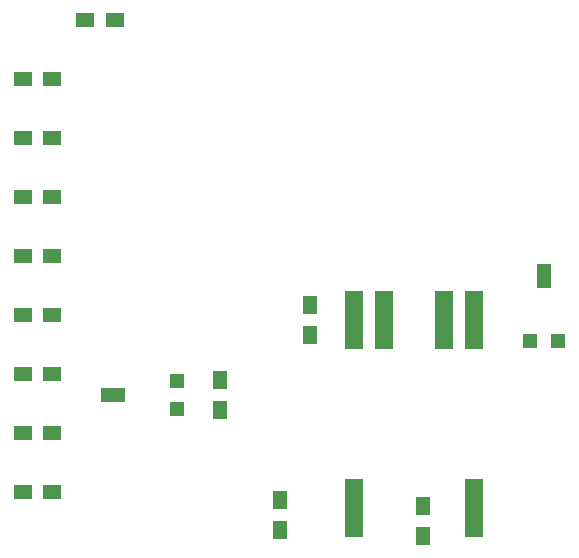
<source format=gtp>
G04 #@! TF.GenerationSoftware,KiCad,Pcbnew,5.0.0-rc2*
G04 #@! TF.CreationDate,2019-06-04T00:54:00-04:00*
G04 #@! TF.ProjectId,gassensor,67617373656E736F722E6B696361645F,rev?*
G04 #@! TF.SameCoordinates,Original*
G04 #@! TF.FileFunction,Paste,Top*
G04 #@! TF.FilePolarity,Positive*
%FSLAX46Y46*%
G04 Gerber Fmt 4.6, Leading zero omitted, Abs format (unit mm)*
G04 Created by KiCad (PCBNEW 5.0.0-rc2) date Tue Jun  4 00:54:00 2019*
%MOMM*%
%LPD*%
G01*
G04 APERTURE LIST*
%ADD10R,1.250000X1.500000*%
%ADD11R,1.600000X5.000000*%
%ADD12R,1.500000X1.250000*%
%ADD13R,1.300000X1.300000*%
%ADD14R,1.300000X2.000000*%
%ADD15R,2.000000X1.300000*%
G04 APERTURE END LIST*
D10*
G04 #@! TO.C,C1*
X129540000Y-109200000D03*
X129540000Y-106700000D03*
G04 #@! TD*
G04 #@! TO.C,C2*
X141605000Y-109708000D03*
X141605000Y-107208000D03*
G04 #@! TD*
D11*
G04 #@! TO.C,P1*
X145950000Y-107315000D03*
X135790000Y-107315000D03*
X135790000Y-91440000D03*
X138330000Y-91440000D03*
X143410000Y-91440000D03*
X145950000Y-91440000D03*
G04 #@! TD*
D10*
G04 #@! TO.C,R1*
X132080000Y-90190000D03*
X132080000Y-92690000D03*
G04 #@! TD*
D12*
G04 #@! TO.C,R2*
X115550000Y-66040000D03*
X113050000Y-66040000D03*
G04 #@! TD*
G04 #@! TO.C,R3*
X107750000Y-71000000D03*
X110250000Y-71000000D03*
G04 #@! TD*
G04 #@! TO.C,R4*
X110250000Y-76000000D03*
X107750000Y-76000000D03*
G04 #@! TD*
G04 #@! TO.C,R5*
X107750000Y-81000000D03*
X110250000Y-81000000D03*
G04 #@! TD*
G04 #@! TO.C,R6*
X110250000Y-86000000D03*
X107750000Y-86000000D03*
G04 #@! TD*
G04 #@! TO.C,R7*
X107750000Y-91000000D03*
X110250000Y-91000000D03*
G04 #@! TD*
G04 #@! TO.C,R8*
X107750000Y-96000000D03*
X110250000Y-96000000D03*
G04 #@! TD*
G04 #@! TO.C,R9*
X107750000Y-101000000D03*
X110250000Y-101000000D03*
G04 #@! TD*
G04 #@! TO.C,R10*
X110250000Y-106000000D03*
X107750000Y-106000000D03*
G04 #@! TD*
D13*
G04 #@! TO.C,RV1*
X153042000Y-93174000D03*
D14*
X151892000Y-87674000D03*
D13*
X150742000Y-93174000D03*
G04 #@! TD*
D10*
G04 #@! TO.C,R13*
X124460000Y-99040000D03*
X124460000Y-96540000D03*
G04 #@! TD*
D13*
G04 #@! TO.C,RV2*
X120860000Y-96640000D03*
D15*
X115360000Y-97790000D03*
D13*
X120860000Y-98940000D03*
G04 #@! TD*
M02*

</source>
